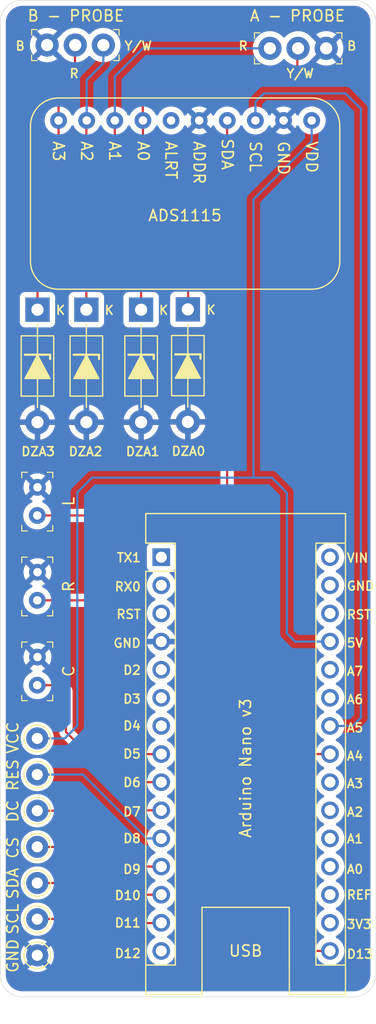
<source format=kicad_pcb>
(kicad_pcb (version 20241229) (generator "pcbnew") (generator_version "9.0")
  (title_block (title "Bias Meter Input Protection") (date "2025-08-24") (rev "v3"))
  (layers (0 "F.Cu" signal) (2 "B.Cu" signal) (13 "F.Paste" user) (15 "B.Paste" user) (5 "F.SilkS" user "F.Silkscreen") (7 "B.SilkS" user "B.Silkscreen") (1 "F.Mask" user) (3 "B.Mask" user) (25 "Edge.Cuts" user))
  (net 0 "")
  (net 1 "Net-(A0-D9)")
  (net 4 "Net-(A0-D11)")
  (net 6 "Net-(A0-A4)")
  (net 9 "Net-(A0-D5)")
  (net 15 "Net-(A0-D8)")
  (net 19 "Net-(A0-D7)")
  (net 20 "Net-(A0-D13)")
  (net 21 "Net-(A0-A5)")
  (net 23 "5v")
  (net 24 "GND")
  (net 25 "Net-(A0-D10)")
  (net 29 "Net-(A0-D6)")
  (net 30 "Net-(A1-Pin_2)")
  (net 31 "Net-(A1-Pin_1)")
  (net 32 "Net-(B1-Pin_2)")
  (net 35 "Net-(B1-Pin_3)")
  (footprint "PCM_Diode_THT_AKL:D_DO-41_SOD81_P10.16mm_Horizontal_Zener" (layer "F.Cu") (at 118.4 86.4 -90)
    (property "Reference" "DZA0" (at 12.81 -0.06 180) (layer "F.SilkS") (effects (font (size 0.8 0.8))))
    (property "Value" "1N4733A" (hide yes))
    (fp_line (start 2.36 1.47) (end 7.8 1.47) (stroke (width 0.12)) (layer "F.SilkS"))
    (fp_line (start 7.8 1.47) (end 7.8 -1.47) (stroke (width 0.12)) (layer "F.SilkS"))
    (fp_line (start 1.34 0) (end 2.36 0) (stroke (width 0.12)) (layer "F.SilkS"))
    (fp_line (start 4.064 0) (end 2.36 0) (stroke (width 0.12)) (layer "F.SilkS"))
    (fp_line (start 6.223 0) (end 7.8 0) (stroke (width 0.12)) (layer "F.SilkS"))
    (fp_line (start 8.82 0) (end 7.8 0) (stroke (width 0.12)) (layer "F.SilkS"))
    (fp_line (start 4.064 -1.143) (end 4.064 1.143) (stroke (width 0.2)) (layer "F.SilkS"))
    (fp_line (start 4.064 -1.143) (end 4.445 -1.143) (stroke (width 0.2)) (layer "F.SilkS"))
    (fp_line (start 2.36 -1.47) (end 2.36 1.47) (stroke (width 0.12)) (layer "F.SilkS"))
    (fp_line (start 7.8 -1.47) (end 2.36 -1.47) (stroke (width 0.12)) (layer "F.SilkS"))
    (fp_poly (pts (xy 6.223 1.143) (xy 4.064 0) (xy 6.223 -1.143)) (stroke (width 0.1)) (fill yes) (layer "F.SilkS"))
    (fp_text user "K" (at 0.05 -2.1 180) (layer "F.SilkS") (effects (font (size 0.8 0.8))))
    (pad "1" thru_hole rect (at 0 0 270) (size 2.2 2.2) (drill 1.1) (layers "*.Cu" "*.Mask") (net 30 "Net-(A1-Pin_2)"))
    (pad "2" thru_hole oval (at 10.16 0 270) (size 2.2 2.2) (drill 1.1) (layers "*.Cu" "*.Mask") (net 24 "GND"))
  )
  (footprint "TestPoint:TestPoint_THTPad_D2.0mm_Drill1.0mm" (layer "F.Cu") (at 104.8 128.41)
    (property "Reference" "O6" (hide yes))
    (property "Value" "RES" (at -2.205 0.045 90) (layer "F.SilkS"))
    (fp_circle (center 0 0) (end 0 1.2) (stroke (width 0.12)) (fill no) (layer "F.SilkS"))
    (pad "1" thru_hole circle (at 0 0) (size 2 2) (drill 1) (layers "*.Cu" "*.Mask") (net 15 "Net-(A0-D8)"))
  )
  (footprint "Source_Footprints:PinHeader_1x2_P2.54mm" (layer "F.Cu") (at 104.8 112.675 90)
    (property "Reference" "SW2" (hide yes))
    (property "Value" "R" (at 1.26 2.84 90) (layer "F.SilkS"))
    (fp_line (start 3.9 -1.4) (end 3.4 -1.4) (stroke (width 0.1)) (layer "F.SilkS"))
    (fp_line (start 3.9 -1.4) (end 3.9 -0.9) (stroke (width 0.1)) (layer "F.SilkS"))
    (fp_line (start -1.4 -1.4) (end -0.9 -1.4) (stroke (width 0.1)) (layer "F.SilkS"))
    (fp_line (start -1.4 -1.4) (end -1.4 -0.9) (stroke (width 0.1)) (layer "F.SilkS"))
    (fp_line (start 3.9 1.4) (end 3.9 0.9) (stroke (width 0.1)) (layer "F.SilkS"))
    (fp_line (start 3.9 1.4) (end 3.4 1.4) (stroke (width 0.1)) (layer "F.SilkS"))
    (fp_line (start -1.4 1.4) (end -1.4 0.9) (stroke (width 0.1)) (layer "F.SilkS"))
    (fp_line (start -1.4 1.4) (end -0.9 1.4) (stroke (width 0.1)) (layer "F.SilkS"))
    (pad "1" thru_hole circle (at 0 0 90) (size 1.524 1.524) (drill 0.762) (layers "*.Cu" "*.Mask") (net 29 "Net-(A0-D6)"))
    (pad "2" thru_hole circle (at 2.54 0.02 90) (size 1.524 1.524) (drill 0.762) (layers "*.Cu" "*.Mask") (net 24 "GND"))
  )
  (footprint "Source_Footprints:PinHeader_1x2_P2.54mm" (layer "F.Cu") (at 104.8 120.34 90)
    (property "Reference" "SW3" (hide yes))
    (property "Value" "C" (at 1.26 2.84 90) (layer "F.SilkS"))
    (fp_line (start 3.9 -1.4) (end 3.4 -1.4) (stroke (width 0.1)) (layer "F.SilkS"))
    (fp_line (start 3.9 -1.4) (end 3.9 -0.9) (stroke (width 0.1)) (layer "F.SilkS"))
    (fp_line (start -1.4 -1.4) (end -0.9 -1.4) (stroke (width 0.1)) (layer "F.SilkS"))
    (fp_line (start -1.4 -1.4) (end -1.4 -0.9) (stroke (width 0.1)) (layer "F.SilkS"))
    (fp_line (start 3.9 1.4) (end 3.9 0.9) (stroke (width 0.1)) (layer "F.SilkS"))
    (fp_line (start 3.9 1.4) (end 3.4 1.4) (stroke (width 0.1)) (layer "F.SilkS"))
    (fp_line (start -1.4 1.4) (end -1.4 0.9) (stroke (width 0.1)) (layer "F.SilkS"))
    (fp_line (start -1.4 1.4) (end -0.9 1.4) (stroke (width 0.1)) (layer "F.SilkS"))
    (pad "1" thru_hole circle (at 0 0 90) (size 1.524 1.524) (drill 0.762) (layers "*.Cu" "*.Mask") (net 19 "Net-(A0-D7)"))
    (pad "2" thru_hole circle (at 2.54 0.02 90) (size 1.524 1.524) (drill 0.762) (layers "*.Cu" "*.Mask") (net 24 "GND"))
  )
  (footprint "PCM_Diode_THT_AKL:D_DO-41_SOD81_P10.16mm_Horizontal_Zener" (layer "F.Cu") (at 104.82 86.43 -90)
    (property "Reference" "DZA3" (at 12.81 -0.06 180) (layer "F.SilkS") (effects (font (size 0.8 0.8))))
    (property "Value" "1N4733A" (hide yes))
    (fp_line (start 2.36 1.47) (end 7.8 1.47) (stroke (width 0.12)) (layer "F.SilkS"))
    (fp_line (start 7.8 1.47) (end 7.8 -1.47) (stroke (width 0.12)) (layer "F.SilkS"))
    (fp_line (start 1.34 0) (end 2.36 0) (stroke (width 0.12)) (layer "F.SilkS"))
    (fp_line (start 4.064 0) (end 2.36 0) (stroke (width 0.12)) (layer "F.SilkS"))
    (fp_line (start 6.223 0) (end 7.8 0) (stroke (width 0.12)) (layer "F.SilkS"))
    (fp_line (start 8.82 0) (end 7.8 0) (stroke (width 0.12)) (layer "F.SilkS"))
    (fp_line (start 4.064 -1.143) (end 4.064 1.143) (stroke (width 0.2)) (layer "F.SilkS"))
    (fp_line (start 4.064 -1.143) (end 4.445 -1.143) (stroke (width 0.2)) (layer "F.SilkS"))
    (fp_line (start 2.36 -1.47) (end 2.36 1.47) (stroke (width 0.12)) (layer "F.SilkS"))
    (fp_line (start 7.8 -1.47) (end 2.36 -1.47) (stroke (width 0.12)) (layer "F.SilkS"))
    (fp_poly (pts (xy 6.223 1.143) (xy 4.064 0) (xy 6.223 -1.143)) (stroke (width 0.1)) (fill yes) (layer "F.SilkS"))
    (fp_text user "K" (at 0.05 -2.08 180) (layer "F.SilkS") (effects (font (size 0.8 0.8))))
    (pad "1" thru_hole rect (at 0 0 270) (size 2.2 2.2) (drill 1.1) (layers "*.Cu" "*.Mask") (net 32 "Net-(B1-Pin_2)"))
    (pad "2" thru_hole oval (at 10.16 0 270) (size 2.2 2.2) (drill 1.1) (layers "*.Cu" "*.Mask") (net 24 "GND"))
  )
  (footprint "Source_Footprints:PinHeader_1x3_P2.54_Drill1.1mm" (layer "F.Cu") (at 125.815 62.825)
    (property "Reference" "A1" (hide yes))
    (property "Value" "A - PROBE" (at 2.485 -2.935 0) (layer "F.SilkS"))
    (fp_line (start -1.4 -1.4) (end -1.4 -0.9) (stroke (width 0.1)) (layer "F.SilkS"))
    (fp_line (start -1.4 -1.4) (end -0.9 -1.4) (stroke (width 0.1)) (layer "F.SilkS"))
    (fp_line (start -1.4 1.4) (end -1.4 0.9) (stroke (width 0.1)) (layer "F.SilkS"))
    (fp_line (start -1.4 1.4) (end -0.9 1.4) (stroke (width 0.1)) (layer "F.SilkS"))
    (fp_line (start 6.5 -1.4) (end 6 -1.4) (stroke (width 0.1)) (layer "F.SilkS"))
    (fp_line (start 6.5 -1.4) (end 6.5 -0.9) (stroke (width 0.1)) (layer "F.SilkS"))
    (fp_line (start 6.5 1.4) (end 6 1.4) (stroke (width 0.1)) (layer "F.SilkS"))
    (fp_line (start 6.5 1.4) (end 6.5 0.9) (stroke (width 0.1)) (layer "F.SilkS"))
    (pad "1" thru_hole circle (at 0 0) (size 2.1 2.1) (drill 1.1) (layers "*.Cu" "*.Mask") (net 31 "Net-(A1-Pin_1)"))
    (pad "2" thru_hole circle (at 2.54 0) (size 2.1 2.1) (drill 1.1) (layers "*.Cu" "*.Mask") (net 30 "Net-(A1-Pin_2)"))
    (pad "3" thru_hole circle (at 5.08 0) (size 2.1 2.1) (drill 1.1) (layers "*.Cu" "*.Mask") (net 24 "GND"))
  )
  (footprint "Module:Arduino_Nano" (layer "F.Cu") (at 116 108.78)
    (property "Reference" "A0" (hide yes))
    (property "Value" "Arduino Nano v3" (at 7.61 19.05 90) (layer "F.SilkS"))
    (fp_line (start -1.4 -3.94) (end -1.4 -1.27) (stroke (width 0.12)) (layer "F.SilkS"))
    (fp_line (start -1.4 1.27) (end -1.4 39.5) (stroke (width 0.12)) (layer "F.SilkS"))
    (fp_line (start -1.4 39.5) (end 3.68 39.5) (stroke (width 0.12)) (layer "F.SilkS"))
    (fp_line (start 1.27 -1.27) (end -1.4 -1.27) (stroke (width 0.12)) (layer "F.SilkS"))
    (fp_line (start 1.27 1.27) (end -1.4 1.27) (stroke (width 0.12)) (layer "F.SilkS"))
    (fp_line (start 1.27 1.27) (end 1.27 -1.27) (stroke (width 0.12)) (layer "F.SilkS"))
    (fp_line (start 1.27 1.27) (end 1.27 36.83) (stroke (width 0.12)) (layer "F.SilkS"))
    (fp_line (start 1.27 36.83) (end -1.4 36.83) (stroke (width 0.12)) (layer "F.SilkS"))
    (fp_line (start 3.68 31.62) (end 11.56 31.62) (stroke (width 0.12)) (layer "F.SilkS"))
    (fp_line (start 3.68 39.51) (end 3.68 31.62) (stroke (width 0.12)) (layer "F.SilkS"))
    (fp_line (start 11.56 31.62) (end 11.57 39.48) (stroke (width 0.12)) (layer "F.SilkS"))
    (fp_line (start 13.97 -1.27) (end 13.97 36.83) (stroke (width 0.12)) (layer "F.SilkS"))
    (fp_line (start 13.97 -1.27) (end 16.64 -1.27) (stroke (width 0.12)) (layer "F.SilkS"))
    (fp_line (start 13.97 36.83) (end 16.64 36.83) (stroke (width 0.12)) (layer "F.SilkS"))
    (fp_line (start 16.64 -3.94) (end -1.4 -3.94) (stroke (width 0.12)) (layer "F.SilkS"))
    (fp_line (start 16.64 39.5) (end 11.56 39.5) (stroke (width 0.12)) (layer "F.SilkS"))
    (fp_line (start 16.64 39.5) (end 16.64 -3.94) (stroke (width 0.12)) (layer "F.SilkS"))
    (fp_text user "USB" (at 7.62 35.56 0) (layer "F.SilkS"))
    (pad "1" thru_hole rect (at 0 0) (size 1.6 1.6) (drill 1) (layers "*.Cu" "*.Mask"))
    (pad "2" thru_hole oval (at 0 2.54) (size 1.6 1.6) (drill 1) (layers "*.Cu" "*.Mask"))
    (pad "3" thru_hole oval (at 0 5.08) (size 1.6 1.6) (drill 1) (layers "*.Cu" "*.Mask"))
    (pad "4" thru_hole oval (at 0 7.62) (size 1.6 1.6) (drill 1) (layers "*.Cu" "*.Mask") (net 24 "GND"))
    (pad "5" thru_hole oval (at 0 10.16) (size 1.6 1.6) (drill 1) (layers "*.Cu" "*.Mask"))
    (pad "6" thru_hole oval (at 0 12.7) (size 1.6 1.6) (drill 1) (layers "*.Cu" "*.Mask"))
    (pad "7" thru_hole oval (at 0 15.24) (size 1.6 1.6) (drill 1) (layers "*.Cu" "*.Mask"))
    (pad "8" thru_hole oval (at 0 17.78) (size 1.6 1.6) (drill 1) (layers "*.Cu" "*.Mask") (net 9 "Net-(A0-D5)"))
    (pad "9" thru_hole oval (at 0 20.32) (size 1.6 1.6) (drill 1) (layers "*.Cu" "*.Mask") (net 29 "Net-(A0-D6)"))
    (pad "10" thru_hole oval (at 0 22.86) (size 1.6 1.6) (drill 1) (layers "*.Cu" "*.Mask") (net 19 "Net-(A0-D7)"))
    (pad "11" thru_hole oval (at 0 25.4) (size 1.6 1.6) (drill 1) (layers "*.Cu" "*.Mask") (net 15 "Net-(A0-D8)"))
    (pad "12" thru_hole oval (at 0 27.94) (size 1.6 1.6) (drill 1) (layers "*.Cu" "*.Mask") (net 1 "Net-(A0-D9)"))
    (pad "13" thru_hole oval (at 0 30.48) (size 1.6 1.6) (drill 1) (layers "*.Cu" "*.Mask") (net 25 "Net-(A0-D10)"))
    (pad "14" thru_hole oval (at 0 33.02) (size 1.6 1.6) (drill 1) (layers "*.Cu" "*.Mask") (net 4 "Net-(A0-D11)"))
    (pad "15" thru_hole oval (at 0 35.56) (size 1.6 1.6) (drill 1) (layers "*.Cu" "*.Mask"))
    (pad "16" thru_hole oval (at 15.24 35.56) (size 1.6 1.6) (drill 1) (layers "*.Cu" "*.Mask") (net 20 "Net-(A0-D13)"))
    (pad "17" thru_hole oval (at 15.24 33.02) (size 1.6 1.6) (drill 1) (layers "*.Cu" "*.Mask"))
    (pad "18" thru_hole oval (at 15.24 30.48) (size 1.6 1.6) (drill 1) (layers "*.Cu" "*.Mask"))
    (pad "19" thru_hole oval (at 15.24 27.94) (size 1.6 1.6) (drill 1) (layers "*.Cu" "*.Mask"))
    (pad "20" thru_hole oval (at 15.24 25.4) (size 1.6 1.6) (drill 1) (layers "*.Cu" "*.Mask"))
    (pad "21" thru_hole oval (at 15.24 22.86) (size 1.6 1.6) (drill 1) (layers "*.Cu" "*.Mask"))
    (pad "22" thru_hole oval (at 15.24 20.32) (size 1.6 1.6) (drill 1) (layers "*.Cu" "*.Mask"))
    (pad "23" thru_hole oval (at 15.24 17.78) (size 1.6 1.6) (drill 1) (layers "*.Cu" "*.Mask") (net 6 "Net-(A0-A4)"))
    (pad "24" thru_hole oval (at 15.24 15.24) (size 1.6 1.6) (drill 1) (layers "*.Cu" "*.Mask") (net 21 "Net-(A0-A5)"))
    (pad "25" thru_hole oval (at 15.24 12.7) (size 1.6 1.6) (drill 1) (layers "*.Cu" "*.Mask"))
    (pad "26" thru_hole oval (at 15.24 10.16) (size 1.6 1.6) (drill 1) (layers "*.Cu" "*.Mask"))
    (pad "27" thru_hole oval (at 15.24 7.62) (size 1.6 1.6) (drill 1) (layers "*.Cu" "*.Mask") (net 23 "5v"))
    (pad "28" thru_hole oval (at 15.24 5.08) (size 1.6 1.6) (drill 1) (layers "*.Cu" "*.Mask"))
    (pad "29" thru_hole oval (at 15.24 2.54) (size 1.6 1.6) (drill 1) (layers "*.Cu" "*.Mask"))
    (pad "30" thru_hole oval (at 15.24 0) (size 1.6 1.6) (drill 1) (layers "*.Cu" "*.Mask"))
  )
  (footprint "TestPoint:TestPoint_THTPad_D2.0mm_Drill1.0mm" (layer "F.Cu") (at 104.8 141.47)
    (property "Reference" "O2" (hide yes))
    (property "Value" "SCL" (at -2.205 -0.005 90) (layer "F.SilkS"))
    (fp_circle (center 0 0) (end 0 1.2) (stroke (width 0.12)) (fill no) (layer "F.SilkS"))
    (pad "1" thru_hole circle (at 0 0) (size 2 2) (drill 1) (layers "*.Cu" "*.Mask") (net 20 "Net-(A0-D13)"))
  )
  (footprint "Source_Footprints:PinHeader_1x2_P2.54mm" (layer "F.Cu") (at 104.8 105.01 90)
    (property "Reference" "SW1" (hide yes))
    (property "Value" "L" (at 1.26 2.84 90) (layer "F.SilkS"))
    (fp_line (start 3.9 -1.4) (end 3.4 -1.4) (stroke (width 0.1)) (layer "F.SilkS"))
    (fp_line (start 3.9 -1.4) (end 3.9 -0.9) (stroke (width 0.1)) (layer "F.SilkS"))
    (fp_line (start -1.4 -1.4) (end -0.9 -1.4) (stroke (width 0.1)) (layer "F.SilkS"))
    (fp_line (start -1.4 -1.4) (end -1.4 -0.9) (stroke (width 0.1)) (layer "F.SilkS"))
    (fp_line (start 3.9 1.4) (end 3.9 0.9) (stroke (width 0.1)) (layer "F.SilkS"))
    (fp_line (start 3.9 1.4) (end 3.4 1.4) (stroke (width 0.1)) (layer "F.SilkS"))
    (fp_line (start -1.4 1.4) (end -1.4 0.9) (stroke (width 0.1)) (layer "F.SilkS"))
    (fp_line (start -1.4 1.4) (end -0.9 1.4) (stroke (width 0.1)) (layer "F.SilkS"))
    (pad "1" thru_hole circle (at 0 0 90) (size 1.524 1.524) (drill 0.762) (layers "*.Cu" "*.Mask") (net 9 "Net-(A0-D5)"))
    (pad "2" thru_hole circle (at 2.54 0.02 90) (size 1.524 1.524) (drill 0.762) (layers "*.Cu" "*.Mask") (net 24 "GND"))
  )
  (footprint "TestPoint:TestPoint_THTPad_D2.0mm_Drill1.0mm" (layer "F.Cu") (at 104.8 131.675)
    (property "Reference" "O5" (hide yes))
    (property "Value" "DC" (at -2.205 0.045 90) (layer "F.SilkS"))
    (fp_circle (center 0 0) (end 0 1.2) (stroke (width 0.12)) (fill no) (layer "F.SilkS"))
    (pad "1" thru_hole circle (at 0 0) (size 2 2) (drill 1) (layers "*.Cu" "*.Mask") (net 1 "Net-(A0-D9)"))
  )
  (footprint "Source_Footprints:PinHeader_1x3_P2.54_Drill1.1mm" (layer "F.Cu") (at 105.69 62.53)
    (property "Reference" "B1" (hide yes))
    (property "Value" "B - PROBE" (at 2.6 -2.64 0) (layer "F.SilkS"))
    (fp_line (start -1.4 -1.4) (end -1.4 -0.9) (stroke (width 0.1)) (layer "F.SilkS"))
    (fp_line (start -1.4 -1.4) (end -0.9 -1.4) (stroke (width 0.1)) (layer "F.SilkS"))
    (fp_line (start -1.4 1.4) (end -1.4 0.9) (stroke (width 0.1)) (layer "F.SilkS"))
    (fp_line (start -1.4 1.4) (end -0.9 1.4) (stroke (width 0.1)) (layer "F.SilkS"))
    (fp_line (start 6.5 -1.4) (end 6 -1.4) (stroke (width 0.1)) (layer "F.SilkS"))
    (fp_line (start 6.5 -1.4) (end 6.5 -0.9) (stroke (width 0.1)) (layer "F.SilkS"))
    (fp_line (start 6.5 1.4) (end 6 1.4) (stroke (width 0.1)) (layer "F.SilkS"))
    (fp_line (start 6.5 1.4) (end 6.5 0.9) (stroke (width 0.1)) (layer "F.SilkS"))
    (pad "1" thru_hole circle (at 0 0) (size 2.1 2.1) (drill 1.1) (layers "*.Cu" "*.Mask") (net 24 "GND"))
    (pad "2" thru_hole circle (at 2.54 0) (size 2.1 2.1) (drill 1.1) (layers "*.Cu" "*.Mask") (net 32 "Net-(B1-Pin_2)"))
    (pad "3" thru_hole circle (at 5.08 0) (size 2.1 2.1) (drill 1.1) (layers "*.Cu" "*.Mask") (net 35 "Net-(B1-Pin_3)"))
  )
  (footprint "TestPoint:TestPoint_THTPad_D2.0mm_Drill1.0mm" (layer "F.Cu") (at 104.8 138.205)
    (property "Reference" "O3" (hide yes))
    (property "Value" "SDA" (at -2.205 0.045 90) (layer "F.SilkS"))
    (fp_circle (center 0 0) (end 0 1.2) (stroke (width 0.12)) (fill no) (layer "F.SilkS"))
    (pad "1" thru_hole circle (at 0 0) (size 2 2) (drill 1) (layers "*.Cu" "*.Mask") (net 4 "Net-(A0-D11)"))
  )
  (footprint "Adafruit_ADS1115:Adafruit_ADS1115_NEW" (layer "F.Cu") (at 132.125 67.3075 180)
    (property "Reference" "U1" (hide yes))
    (property "Value" "ADS1115" (at 13.975 -10.6175 0) (layer "F.SilkS"))
    (fp_line (start 27.94 -14.732) (end 27.94 -2.54) (stroke (width 0.12)) (layer "F.SilkS"))
    (fp_line (start 2.54 0) (end 25.4 0) (stroke (width 0.12)) (layer "F.SilkS"))
    (fp_line (start 2.54 -17.272) (end 25.4 -17.272) (stroke (width 0.12)) (layer "F.SilkS"))
    (fp_line (start 0 -2.54) (end 0 -14.732) (stroke (width 0.12)) (layer "F.SilkS"))
    (fp_arc (start 27.94 -2.54) (mid 27.196051 -0.743949) (end 25.4 0) (stroke (width 0.12)) (layer "F.SilkS"))
    (fp_arc (start 25.4 -17.272) (mid 27.196051 -16.528051) (end 27.94 -14.732) (stroke (width 0.12)) (layer "F.SilkS"))
    (fp_arc (start 2.54 0) (mid 0.743949 -0.743949) (end 0 -2.54) (stroke (width 0.12)) (layer "F.SilkS"))
    (fp_arc (start 0 -14.732) (mid 0.743949 -16.528051) (end 2.54 -17.272) (stroke (width 0.12)) (layer "F.SilkS"))
    (fp_text user "SDA" (at 10.16 -5.08 270) (layer "F.SilkS"))
    (fp_text user "A1" (at 20.32 -3.81 270) (layer "F.SilkS") (effects (justify left)))
    (fp_text user "VDD" (at 2.54 -3.81 270) (layer "F.SilkS") (effects (justify left)))
    (fp_text user "ALRT" (at 15.24 -3.81 270) (layer "F.SilkS") (effects (justify left)))
    (fp_text user "SCL" (at 7.62 -3.81 270) (layer "F.SilkS") (effects (justify left)))
    (fp_text user "ADDR" (at 12.7 -3.81 270) (layer "F.SilkS") (effects (justify left)))
    (fp_text user "A2" (at 22.86 -3.81 270) (layer "F.SilkS") (effects (justify left)))
    (fp_text user "GND" (at 5.08 -3.81 270) (layer "F.SilkS") (effects (justify left)))
    (fp_text user "A0" (at 17.74 -3.81 270) (layer "F.SilkS") (effects (justify left)))
    (fp_text user "A3" (at 25.4 -3.81 270) (layer "F.SilkS") (effects (justify left)))
    (pad "1" thru_hole circle (at 12.7 -2.032 180) (size 1.524 1.524) (drill 0.762) (layers "*.Cu" "*.Mask") (net 24 "GND"))
    (pad "2" thru_hole circle (at 15.24 -2.032 180) (size 1.524 1.524) (drill 0.762) (layers "*.Cu" "*.Mask"))
    (pad "3" thru_hole circle (at 5.08 -2.032 180) (size 1.524 1.524) (drill 0.762) (layers "*.Cu" "*.Mask") (net 24 "GND"))
    (pad "4" thru_hole circle (at 17.78 -2.032 180) (size 1.524 1.524) (drill 0.762) (layers "*.Cu" "*.Mask") (net 30 "Net-(A1-Pin_2)"))
    (pad "5" thru_hole circle (at 20.32 -2.032 180) (size 1.524 1.524) (drill 0.762) (layers "*.Cu" "*.Mask") (net 31 "Net-(A1-Pin_1)"))
    (pad "6" thru_hole circle (at 22.86 -2.032 180) (size 1.524 1.524) (drill 0.762) (layers "*.Cu" "*.Mask") (net 35 "Net-(B1-Pin_3)"))
    (pad "7" thru_hole circle (at 25.4 -2.032 180) (size 1.524 1.524) (drill 0.762) (layers "*.Cu" "*.Mask") (net 32 "Net-(B1-Pin_2)"))
    (pad "8" thru_hole circle (at 2.54 -2.032 180) (size 1.524 1.524) (drill 0.762) (layers "*.Cu" "*.Mask") (net 23 "5v"))
    (pad "9" thru_hole circle (at 10.16 -2.032 180) (size 1.524 1.524) (drill 0.762) (layers "*.Cu" "*.Mask") (net 6 "Net-(A0-A4)"))
    (pad "10" thru_hole circle (at 7.62 -2.032 180) (size 1.524 1.524) (drill 0.762) (layers "*.Cu" "*.Mask") (net 21 "Net-(A0-A5)"))
  )
  (footprint "TestPoint:TestPoint_THTPad_D2.0mm_Drill1.0mm" (layer "F.Cu") (at 104.8 134.94)
    (property "Reference" "O4" (hide yes))
    (property "Value" "CS" (at -2.205 0.075 90) (layer "F.SilkS"))
    (fp_circle (center 0 0) (end 0 1.2) (stroke (width 0.12)) (fill no) (layer "F.SilkS"))
    (pad "1" thru_hole circle (at 0 0) (size 2 2) (drill 1) (layers "*.Cu" "*.Mask") (net 25 "Net-(A0-D10)"))
  )
  (footprint "PCM_Diode_THT_AKL:D_DO-41_SOD81_P10.16mm_Horizontal_Zener" (layer "F.Cu") (at 114.18 86.43 -90)
    (property "Reference" "DZA1" (at 12.81 -0.145 180) (layer "F.SilkS") (effects (font (size 0.8 0.8))))
    (property "Value" "1N4733A" (hide yes))
    (fp_line (start 2.36 1.47) (end 7.8 1.47) (stroke (width 0.12)) (layer "F.SilkS"))
    (fp_line (start 7.8 1.47) (end 7.8 -1.47) (stroke (width 0.12)) (layer "F.SilkS"))
    (fp_line (start 1.34 0) (end 2.36 0) (stroke (width 0.12)) (layer "F.SilkS"))
    (fp_line (start 4.064 0) (end 2.36 0) (stroke (width 0.12)) (layer "F.SilkS"))
    (fp_line (start 6.223 0) (end 7.8 0) (stroke (width 0.12)) (layer "F.SilkS"))
    (fp_line (start 8.82 0) (end 7.8 0) (stroke (width 0.12)) (layer "F.SilkS"))
    (fp_line (start 4.064 -1.143) (end 4.064 1.143) (stroke (width 0.2)) (layer "F.SilkS"))
    (fp_line (start 4.064 -1.143) (end 4.445 -1.143) (stroke (width 0.2)) (layer "F.SilkS"))
    (fp_line (start 2.36 -1.47) (end 2.36 1.47) (stroke (width 0.12)) (layer "F.SilkS"))
    (fp_line (start 7.8 -1.47) (end 2.36 -1.47) (stroke (width 0.12)) (layer "F.SilkS"))
    (fp_poly (pts (xy 6.223 1.143) (xy 4.064 0) (xy 6.223 -1.143)) (stroke (width 0.1)) (fill yes) (layer "F.SilkS"))
    (fp_text user "K" (at 0.05 -2.035 180) (layer "F.SilkS") (effects (font (size 0.8 0.8))))
    (pad "1" thru_hole rect (at 0 0 270) (size 2.2 2.2) (drill 1.1) (layers "*.Cu" "*.Mask") (net 31 "Net-(A1-Pin_1)"))
    (pad "2" thru_hole oval (at 10.16 0 270) (size 2.2 2.2) (drill 1.1) (layers "*.Cu" "*.Mask") (net 24 "GND"))
  )
  (footprint "PCM_Diode_THT_AKL:D_DO-41_SOD81_P10.16mm_Horizontal_Zener" (layer "F.Cu") (at 109.235 86.43 -90)
    (property "Reference" "DZA2" (at 12.81 0.075 180) (layer "F.SilkS") (effects (font (size 0.8 0.8))))
    (property "Value" "1N4733A" (hide yes))
    (fp_line (start 2.36 1.47) (end 7.8 1.47) (stroke (width 0.12)) (layer "F.SilkS"))
    (fp_line (start 7.8 1.47) (end 7.8 -1.47) (stroke (width 0.12)) (layer "F.SilkS"))
    (fp_line (start 1.34 0) (end 2.36 0) (stroke (width 0.12)) (layer "F.SilkS"))
    (fp_line (start 4.064 0) (end 2.36 0) (stroke (width 0.12)) (layer "F.SilkS"))
    (fp_line (start 6.223 0) (end 7.8 0) (stroke (width 0.12)) (layer "F.SilkS"))
    (fp_line (start 8.82 0) (end 7.8 0) (stroke (width 0.12)) (layer "F.SilkS"))
    (fp_line (start 4.064 -1.143) (end 4.064 1.143) (stroke (width 0.2)) (layer "F.SilkS"))
    (fp_line (start 4.064 -1.143) (end 4.445 -1.143) (stroke (width 0.2)) (layer "F.SilkS"))
    (fp_line (start 2.36 -1.47) (end 2.36 1.47) (stroke (width 0.12)) (layer "F.SilkS"))
    (fp_line (start 7.8 -1.47) (end 2.36 -1.47) (stroke (width 0.12)) (layer "F.SilkS"))
    (fp_poly (pts (xy 6.223 1.143) (xy 4.064 0) (xy 6.223 -1.143)) (stroke (width 0.1)) (fill yes) (layer "F.SilkS"))
    (fp_text user "K" (at 0.05 -2.065 180) (layer "F.SilkS") (effects (font (size 0.8 0.8))))
    (pad "1" thru_hole rect (at 0 0 270) (size 2.2 2.2) (drill 1.1) (layers "*.Cu" "*.Mask") (net 35 "Net-(B1-Pin_3)"))
    (pad "2" thru_hole oval (at 10.16 0 270) (size 2.2 2.2) (drill 1.1) (layers "*.Cu" "*.Mask") (net 24 "GND"))
  )
  (footprint "TestPoint:TestPoint_THTPad_D2.0mm_Drill1.0mm" (layer "F.Cu") (at 104.8 125.145)
    (property "Reference" "O7" (hide yes))
    (property "Value" "VCC" (at -2.205 -0.06 90) (layer "F.SilkS"))
    (fp_circle (center 0 0) (end 0 1.2) (stroke (width 0.12)) (fill no) (layer "F.SilkS"))
    (pad "1" thru_hole circle (at 0 0) (size 2 2) (drill 1) (layers "*.Cu" "*.Mask") (net 23 "5v"))
  )
  (footprint "TestPoint:TestPoint_THTPad_D2.0mm_Drill1.0mm" (layer "F.Cu") (at 104.8 144.735 -90)
    (property "Reference" "O1" (hide yes))
    (property "Value" "GND" (at 0.045 2.205 90) (layer "F.SilkS"))
    (fp_circle (center 0 0) (end 0 1.2) (stroke (width 0.12)) (fill no) (layer "F.SilkS"))
    (pad "1" thru_hole circle (at 0 0 270) (size 2 2) (drill 1) (layers "*.Cu" "*.Mask") (net 24 "GND"))
  )
  (gr_arc (start 135.39 146.485) (mid 134.804214 147.899214) (end 133.39 148.485) (stroke (width 0.05)) (layer "Edge.Cuts"))
  (gr_line (start 133.39 148.485) (end 103.46 148.485) (stroke (width 0.05)) (layer "Edge.Cuts"))
  (gr_line (start 101.46 146.485) (end 101.46 60.485) (stroke (width 0.05)) (layer "Edge.Cuts"))
  (gr_line (start 103.46 58.485) (end 133.39 58.485) (stroke (width 0.05)) (layer "Edge.Cuts"))
  (gr_arc (start 101.46 60.485) (mid 102.045786 59.070786) (end 103.46 58.485) (stroke (width 0.05)) (layer "Edge.Cuts"))
  (gr_line (start 135.39 60.485) (end 135.39 146.485) (stroke (width 0.05)) (layer "Edge.Cuts"))
  (gr_arc (start 133.39 58.485) (mid 134.804214 59.070786) (end 135.39 60.485) (stroke (width 0.05)) (layer "Edge.Cuts"))
  (gr_arc (start 103.46 148.485) (mid 102.045786 147.899214) (end 101.46 146.485) (stroke (width 0.05)) (layer "Edge.Cuts"))
  (gr_text "TX1" (at 111.905 109.29 0) (layer "F.SilkS") (effects (font (size 0.8 0.8)) (justify left bottom)))
  (gr_text "3V3" (at 132.675 142.405 0) (layer "F.SilkS") (effects (font (size 0.8 0.8)) (justify left bottom)))
  (gr_text "D9" (at 112.476429 137.438929 0) (layer "F.SilkS") (effects (font (size 0.8 0.8)) (justify left bottom)))
  (gr_text "D11" (at 111.714524 142.275 0) (layer "F.SilkS") (effects (font (size 0.8 0.8)) (justify left bottom)))
  (gr_text "D7" (at 112.476429 132.24 0) (layer "F.SilkS") (effects (font (size 0.8 0.8)) (justify left bottom)))
  (gr_text "RST" (at 111.866905 114.405 0) (layer "F.SilkS") (effects (font (size 0.8 0.8)) (justify left bottom)))
  (gr_text "A0\n" (at 132.675 137.431071 0) (layer "F.SilkS") (effects (font (size 0.8 0.8)) (justify left bottom)))
  (gr_text "D2" (at 112.476429 119.45 0) (layer "F.SilkS") (effects (font (size 0.8 0.8)) (justify left bottom)))
  (gr_text "5V" (at 132.675 116.993929 0) (layer "F.SilkS") (effects (font (size 0.8 0.8)) (justify left bottom)))
  (gr_text "B" (at 132.7 63.08 0) (layer "F.SilkS") (effects (font (size 0.8 0.8)) (justify left bottom)))
  (gr_text "D13" (at 132.675 145.095 0) (layer "F.SilkS") (effects (font (size 0.8 0.8)) (justify left bottom)))
  (gr_text "D8" (at 112.476429 134.65 0) (layer "F.SilkS") (effects (font (size 0.8 0.8)) (justify left bottom)))
  (gr_text "D6\n" (at 112.476429 129.595 0) (layer "F.SilkS") (effects (font (size 0.8 0.8)) (justify left bottom)))
  (gr_text "D12" (at 111.714524 145.035 0) (layer "F.SilkS") (effects (font (size 0.8 0.8)) (justify left bottom)))
  (gr_text "A6" (at 132.675 122.103214 0) (layer "F.SilkS") (effects (font (size 0.8 0.8)) (justify left bottom)))
  (gr_text "A3" (at 132.675 129.69 0) (layer "F.SilkS") (effects (font (size 0.8 0.8)) (justify left bottom)))
  (gr_text "R" (at 122.9 63.08 0) (layer "F.SilkS") (effects (font (size 0.8 0.8)) (justify left bottom)))
  (gr_text "GND" (at 132.675 111.855 0) (layer "F.SilkS") (effects (font (size 0.8 0.8)) (justify left bottom)))
  (gr_text "A5" (at 132.675 124.657857 0) (layer "F.SilkS") (effects (font (size 0.8 0.8)) (justify left bottom)))
  (gr_text "GND" (at 111.600239 117.015 0) (layer "F.SilkS") (effects (font (size 0.8 0.8)) (justify left bottom)))
  (gr_text "VIN" (at 132.675 109.325 0) (layer "F.SilkS") (effects (font (size 0.8 0.8)) (justify left bottom)))
  (gr_text "A4" (at 132.675 127.2125 0) (layer "F.SilkS") (effects (font (size 0.8 0.8)) (justify left bottom)))
  (gr_text "D5" (at 112.476429 127.015 0) (layer "F.SilkS") (effects (font (size 0.8 0.8)) (justify left bottom)))
  (gr_text "B" (at 102.76 63.08 0) (layer "F.SilkS") (effects (font (size 0.8 0.8)) (justify left bottom)))
  (gr_text "D10" (at 111.714524 139.795 0) (layer "F.SilkS") (effects (font (size 0.8 0.8)) (justify left bottom)))
  (gr_text "RST" (at 132.675 114.439286 0) (layer "F.SilkS") (effects (font (size 0.8 0.8)) (justify left bottom)))
  (gr_text "A2" (at 132.675 132.27 0) (layer "F.SilkS") (effects (font (size 0.8 0.8)) (justify left bottom)))
  (gr_text "Y/W" (at 127.225 65.57 0) (layer "F.SilkS") (effects (font (size 0.8 0.8)) (justify left bottom)))
  (gr_text "D3" (at 112.476429 122.055 0) (layer "F.SilkS") (effects (font (size 0.8 0.8)) (justify left bottom)))
  (gr_text "D4" (at 112.476429 124.48 0) (layer "F.SilkS") (effects (font (size 0.8 0.8)) (justify left bottom)))
  (gr_text "R" (at 107.635 65.57 0) (layer "F.SilkS") (effects (font (size 0.8 0.8)) (justify left bottom)))
  (gr_text "Y/W" (at 112.6 63.08 0) (layer "F.SilkS") (effects (font (size 0.8 0.8)) (justify left bottom)))
  (gr_text "A1" (at 132.675 134.68 0) (layer "F.SilkS") (effects (font (size 0.8 0.8)) (justify left bottom)))
  (gr_text "A7" (at 132.675 119.548571 0) (layer "F.SilkS") (effects (font (size 0.8 0.8)) (justify left bottom)))
  (gr_text "REF" (at 132.675 139.745 0) (layer "F.SilkS") (effects (font (size 0.8 0.8)) (justify left bottom)))
  (gr_text "RX0" (at 111.714524 111.92 0) (layer "F.SilkS") (effects (font (size 0.8 0.8)) (justify left bottom)))
  (segment (start 108.745 131.675) (end 113.79 136.72) (width 0.2) (layer "F.Cu") (net 1))
  (segment (start 113.79 136.72) (end 116 136.72) (width 0.2) (layer "F.Cu") (net 1))
  (segment (start 104.8 131.675) (end 108.745 131.675) (width 0.2) (layer "F.Cu") (net 1))
  (segment (start 115.975 141.825) (end 110.77 141.825) (width 0.2) (layer "F.Cu") (net 4))
  (segment (start 110.77 141.825) (end 107.15 138.205) (width 0.2) (layer "F.Cu") (net 4))
  (segment (start 107.15 138.205) (end 104.8 138.205) (width 0.2) (layer "F.Cu") (net 4))
  (segment (start 131.24 126.56) (end 123.075 126.56) (width 0.2) (layer "F.Cu") (net 6))
  (segment (start 121.95 69.3545) (end 121.965 69.3395) (width 0.2) (layer "F.Cu") (net 6))
  (segment (start 121.95 125.435) (end 121.95 69.3545) (width 0.2) (layer "F.Cu") (net 6))
  (segment (start 123.075 126.56) (end 121.95 125.435) (width 0.2) (layer "F.Cu") (net 6))
  (segment (start 114.42 126.565) (end 112.56 124.705) (width 0.2) (layer "F.Cu") (net 9))
  (segment (start 116 126.56) (end 115.995 126.565) (width 0.2) (layer "F.Cu") (net 9))
  (segment (start 111.447834 105.01) (end 104.9 105.01) (width 0.2) (layer "F.Cu") (net 9))
  (segment (start 112.56 124.705) (end 112.56 106.122166) (width 0.2) (layer "F.Cu") (net 9))
  (segment (start 115.995 126.565) (end 114.42 126.565) (width 0.2) (layer "F.Cu") (net 9))
  (segment (start 112.56 106.122166) (end 111.447834 105.01) (width 0.2) (layer "F.Cu") (net 9))
  (segment (start 114.695 134.18) (end 116 134.18) (width 0.2) (layer "B.Cu") (net 15))
  (segment (start 108.925 128.41) (end 114.695 134.18) (width 0.2) (layer "B.Cu") (net 15))
  (segment (start 104.8 128.41) (end 108.925 128.41) (width 0.2) (layer "B.Cu") (net 15))
  (segment (start 116 131.64) (end 114.475 131.64) (width 0.2) (layer "F.Cu") (net 19))
  (segment (start 107.39 120.895) (end 106.835 120.34) (width 0.2) (layer "F.Cu") (net 19))
  (segment (start 106.835 120.34) (end 104.8 120.34) (width 0.2) (layer "F.Cu") (net 19))
  (segment (start 114.475 131.64) (end 107.39 124.555) (width 0.2) (layer "F.Cu") (net 19))
  (segment (start 107.39 124.555) (end 107.39 120.895) (width 0.2) (layer "F.Cu") (net 19))
  (segment (start 104.8 141.47) (end 104.82 141.45) (width 0.2) (layer "F.Cu") (net 20))
  (segment (start 106.83 141.45) (end 112.23 146.85) (width 0.2) (layer "F.Cu") (net 20))
  (segment (start 123.535 146.85) (end 126.045 144.34) (width 0.2) (layer "F.Cu") (net 20))
  (segment (start 112.23 146.85) (end 123.535 146.85) (width 0.2) (layer "F.Cu") (net 20))
  (segment (start 126.045 144.34) (end 131.24 144.34) (width 0.2) (layer "F.Cu") (net 20))
  (segment (start 104.82 141.45) (end 106.83 141.45) (width 0.2) (layer "F.Cu") (net 20))
  (segment (start 125.255 66.9) (end 124.505 67.65) (width 0.2) (layer "B.Cu") (net 21))
  (segment (start 134.03 123.27) (end 134.03 68.28) (width 0.2) (layer "B.Cu") (net 21))
  (segment (start 124.505 67.65) (end 124.505 69.3395) (width 0.2) (layer "B.Cu") (net 21))
  (segment (start 131.24 124.02) (end 133.28 124.02) (width 0.2) (layer "B.Cu") (net 21))
  (segment (start 134.03 68.28) (end 132.65 66.9) (width 0.2) (layer "B.Cu") (net 21))
  (segment (start 132.65 66.9) (end 125.255 66.9) (width 0.2) (layer "B.Cu") (net 21))
  (segment (start 133.28 124.02) (end 134.03 123.27) (width 0.2) (layer "B.Cu") (net 21))
  (segment (start 129.585 71.205) (end 124.325 76.465) (width 0.2) (layer "B.Cu") (net 23))
  (segment (start 108.415 124.015) (end 108.415 102.93) (width 0.2) (layer "B.Cu") (net 23))
  (segment (start 107.285 125.145) (end 108.415 124.015) (width 0.2) (layer "B.Cu") (net 23))
  (segment (start 125.99 101.6) (end 127.345 102.955) (width 0.2) (layer "B.Cu") (net 23))
  (segment (start 109.745 101.6) (end 125.99 101.6) (width 0.2) (layer "B.Cu") (net 23))
  (segment (start 128.09 116.4) (end 131.24 116.4) (width 0.2) (layer "B.Cu") (net 23))
  (segment (start 127.345 102.955) (end 127.345 115.655) (width 0.2) (layer "B.Cu") (net 23))
  (segment (start 124.325 76.465) (end 124.325 101.6) (width 0.2) (layer "B.Cu") (net 23))
  (segment (start 108.415 102.93) (end 109.745 101.6) (width 0.2) (layer "B.Cu") (net 23))
  (segment (start 129.585 69.3395) (end 129.585 71.205) (width 0.2) (layer "B.Cu") (net 23))
  (segment (start 104.8 125.145) (end 107.285 125.145) (width 0.2) (layer "B.Cu") (net 23))
  (segment (start 127.345 115.655) (end 128.09 116.4) (width 0.2) (layer "B.Cu") (net 23))
  (segment (start 104.81 134.95) (end 107.945 134.95) (width 0.2) (layer "F.Cu") (net 25))
  (segment (start 112.255 139.26) (end 116 139.26) (width 0.2) (layer "F.Cu") (net 25))
  (segment (start 107.945 134.95) (end 112.255 139.26) (width 0.2) (layer "F.Cu") (net 25))
  (segment (start 104.8 134.94) (end 104.81 134.95) (width 0.2) (layer "F.Cu") (net 25))
  (segment (start 110.25 113.225) (end 109.7 112.675) (width 0.2) (layer "F.Cu") (net 29))
  (segment (start 109.7 112.675) (end 104.8 112.675) (width 0.2) (layer "F.Cu") (net 29))
  (segment (start 110.25 124.84) (end 110.25 113.225) (width 0.2) (layer "F.Cu") (net 29))
  (segment (start 114.51 129.1) (end 110.25 124.84) (width 0.2) (layer "F.Cu") (net 29))
  (segment (start 116 129.1) (end 114.51 129.1) (width 0.2) (layer "F.Cu") (net 29))
  (segment (start 114.345 75.54) (end 114.345 69.3395) (width 0.2) (layer "F.Cu") (net 30))
  (segment (start 114.33 69.3245) (end 114.345 69.3395) (width 0.2) (layer "F.Cu") (net 30))
  (segment (start 118.43 79.625) (end 114.345 75.54) (width 0.2) (layer "F.Cu") (net 30))
  (segment (start 128.291995 62.888005) (end 128.291995 64.423005) (width 0.2) (layer "F.Cu") (net 30))
  (segment (start 114.33 66.98) (end 114.33 69.3245) (width 0.2) (layer "F.Cu") (net 30))
  (segment (start 118.43 86.645) (end 118.43 79.625) (width 0.2) (layer "F.Cu") (net 30))
  (segment (start 127.355 65.36) (end 115.95 65.36) (width 0.2) (layer "F.Cu") (net 30))
  (segment (start 115.95 65.36) (end 114.33 66.98) (width 0.2) (layer "F.Cu") (net 30))
  (segment (start 128.355 62.825) (end 128.291995 62.888005) (width 0.2) (layer "F.Cu") (net 30))
  (segment (start 128.291995 64.423005) (end 127.355 65.36) (width 0.2) (layer "F.Cu") (net 30))
  (segment (start 111.805 78.005) (end 111.805 69.3395) (width 0.2) (layer "F.Cu") (net 31))
  (segment (start 114.18 86.43) (end 114.18 80.38) (width 0.2) (layer "F.Cu") (net 31))
  (segment (start 114.18 80.38) (end 111.805 78.005) (width 0.2) (layer "F.Cu") (net 31))
  (segment (start 125.815 62.825) (end 114.341925 62.825) (width 0.2) (layer "B.Cu") (net 31))
  (segment (start 114.341925 62.825) (end 111.805 65.361925) (width 0.2) (layer "B.Cu") (net 31))
  (segment (start 111.805 65.361925) (end 111.805 69.3395) (width 0.2) (layer "B.Cu") (net 31))
  (segment (start 106.725 71.25) (end 106.725 69.3395) (width 0.2) (layer "F.Cu") (net 32))
  (segment (start 104.82 73.155) (end 106.725 71.25) (width 0.2) (layer "F.Cu") (net 32))
  (segment (start 108.21 62.61) (end 108.21 64.24) (width 0.2) (layer "F.Cu") (net 32))
  (segment (start 106.725 65.725) (end 106.725 69.3395) (width 0.2) (layer "F.Cu") (net 32))
  (segment (start 108.21 64.24) (end 106.725 65.725) (width 0.2) (layer "F.Cu") (net 32))
  (segment (start 104.82 86.43) (end 104.82 73.155) (width 0.2) (layer "F.Cu") (net 32))
  (segment (start 108.275 62.545) (end 108.21 62.61) (width 0.2) (layer "F.Cu") (net 32))
  (segment (start 109.235 86.47) (end 109.235 69.3695) (width 0.2) (layer "F.Cu") (net 35))
  (segment (start 110.815 62.545) (end 110.77 62.59) (width 0.2) (layer "B.Cu") (net 35))
  (segment (start 110.77 64.17) (end 109.265 65.675) (width 0.2) (layer "B.Cu") (net 35))
  (segment (start 110.77 62.59) (end 110.77 64.17) (width 0.2) (layer "B.Cu") (net 35))
  (segment (start 109.265 65.675) (end 109.265 69.3395) (width 0.2) (layer "B.Cu") (net 35))
  (zone (net 24) (net_name "GND") (layers "F.Cu" "B.Cu") (connect_pads (clearance 0.5)) (min_thickness 0.25) (fill yes (thermal_gap 0.5) (thermal_bridge_width 0.5) (island_removal_mode 1) (island_area_min 10))
    (polygon (pts (xy 135.385 58.49) (xy 135.39 148.48) (xy 101.465 148.485) (xy 101.46 58.49)))
  )
)
</source>
